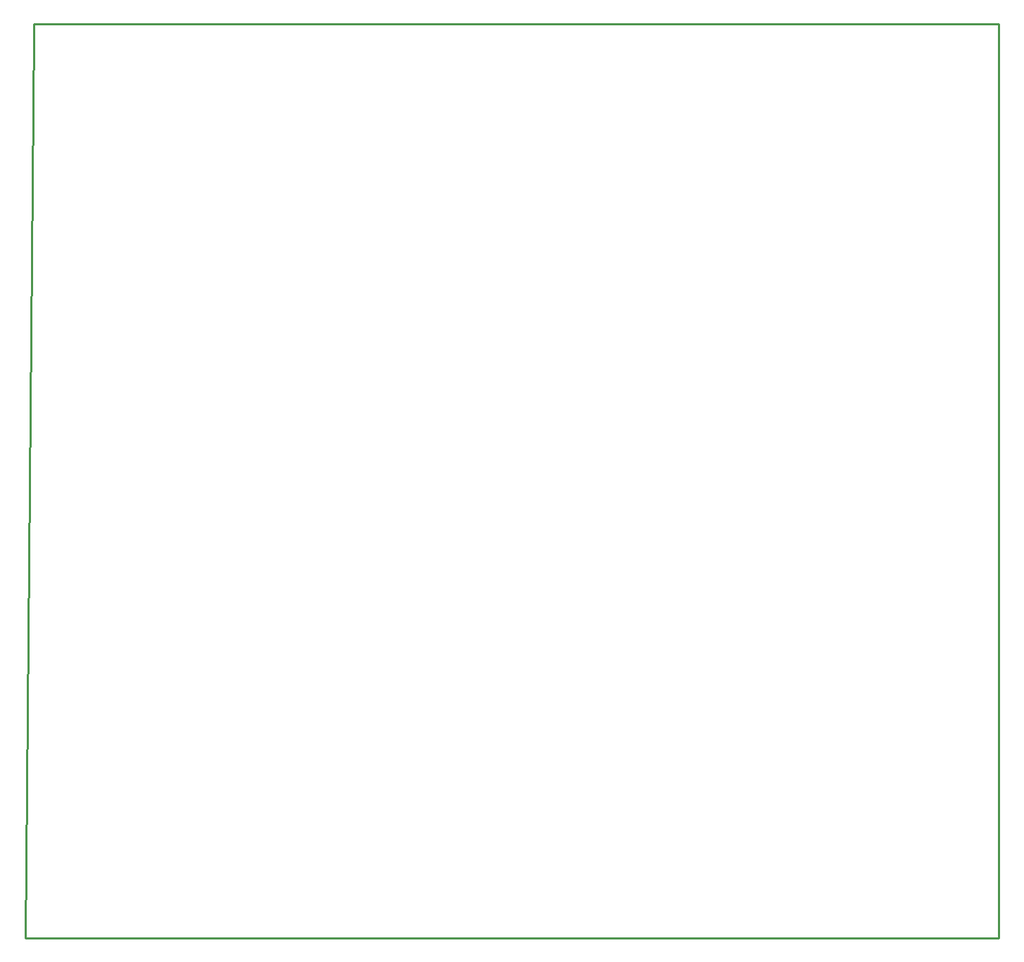
<source format=gko>
G04 Layer: BoardOutlineLayer*
G04 EasyEDA v6.5.54, 2026-02-11 06:23:56*
G04 3bbecb6fe9b747f29c0abc7b8abece35,92e600de7ff74937a4e092c024f19ce6,10*
G04 Gerber Generator version 0.2*
G04 Scale: 100 percent, Rotated: No, Reflected: No *
G04 Dimensions in millimeters *
G04 leading zeros omitted , absolute positions ,4 integer and 5 decimal *
%FSLAX45Y45*%
%MOMM*%

%ADD10C,0.2540*%
%ADD11C,0.0152*%
D10*
X-9299981Y9599980D02*
G01*
X-9299958Y9700082D01*
X2299967Y9700082D01*
X2299967Y-1299895D01*
X-9400034Y-1299895D01*
X-9299981Y9599980D01*

%LPD*%
M02*

</source>
